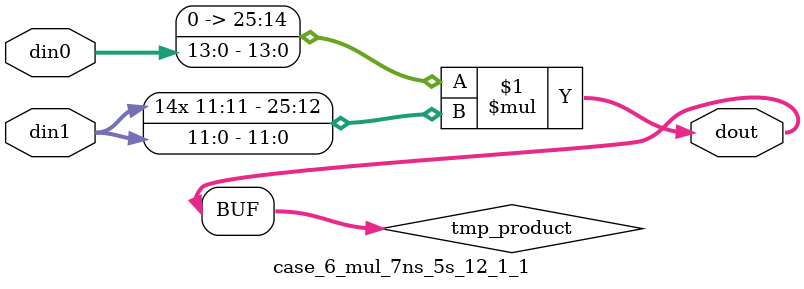
<source format=v>

`timescale 1 ns / 1 ps

 (* use_dsp = "no" *)  module case_6_mul_7ns_5s_12_1_1(din0, din1, dout);
parameter ID = 1;
parameter NUM_STAGE = 0;
parameter din0_WIDTH = 14;
parameter din1_WIDTH = 12;
parameter dout_WIDTH = 26;

input [din0_WIDTH - 1 : 0] din0; 
input [din1_WIDTH - 1 : 0] din1; 
output [dout_WIDTH - 1 : 0] dout;

wire signed [dout_WIDTH - 1 : 0] tmp_product;

























assign tmp_product = $signed({1'b0, din0}) * $signed(din1);










assign dout = tmp_product;





















endmodule

</source>
